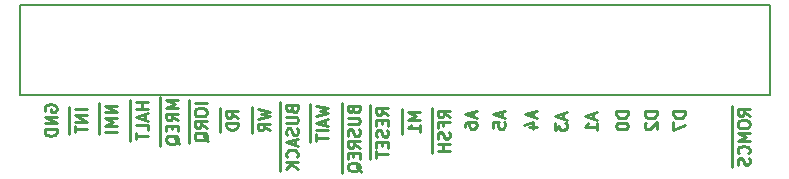
<source format=gbr>
G04 #@! TF.GenerationSoftware,KiCad,Pcbnew,(5.0.1-3-g963ef8bb5)*
G04 #@! TF.CreationDate,2020-10-05T19:50:21+01:00*
G04 #@! TF.ProjectId,ACE_Backplane_Adaptor_B,4143455F4261636B706C616E655F4164,rev?*
G04 #@! TF.SameCoordinates,Original*
G04 #@! TF.FileFunction,Legend,Bot*
G04 #@! TF.FilePolarity,Positive*
%FSLAX46Y46*%
G04 Gerber Fmt 4.6, Leading zero omitted, Abs format (unit mm)*
G04 Created by KiCad (PCBNEW (5.0.1-3-g963ef8bb5)) date Monday, 05 October 2020 at 19:50:21*
%MOMM*%
%LPD*%
G01*
G04 APERTURE LIST*
%ADD10C,0.250000*%
%ADD11C,0.150000*%
G04 APERTURE END LIST*
D10*
X149323000Y-87217380D02*
X149323000Y-88360238D01*
X150820380Y-87455476D02*
X149820380Y-87455476D01*
X150534666Y-87788809D01*
X149820380Y-88122142D01*
X150820380Y-88122142D01*
X149323000Y-88360238D02*
X149323000Y-89312619D01*
X150820380Y-89122142D02*
X150820380Y-88550714D01*
X150820380Y-88836428D02*
X149820380Y-88836428D01*
X149963238Y-88741190D01*
X150058476Y-88645952D01*
X150106095Y-88550714D01*
X162980666Y-87550714D02*
X162980666Y-88026904D01*
X163266380Y-87455476D02*
X162266380Y-87788809D01*
X163266380Y-88122142D01*
X162266380Y-88360238D02*
X162266380Y-88979285D01*
X162647333Y-88645952D01*
X162647333Y-88788809D01*
X162694952Y-88884047D01*
X162742571Y-88931666D01*
X162837809Y-88979285D01*
X163075904Y-88979285D01*
X163171142Y-88931666D01*
X163218761Y-88884047D01*
X163266380Y-88788809D01*
X163266380Y-88503095D01*
X163218761Y-88407857D01*
X163171142Y-88360238D01*
X146656000Y-86892095D02*
X146656000Y-87892095D01*
X148153380Y-87701619D02*
X147677190Y-87368285D01*
X148153380Y-87130190D02*
X147153380Y-87130190D01*
X147153380Y-87511142D01*
X147201000Y-87606380D01*
X147248619Y-87654000D01*
X147343857Y-87701619D01*
X147486714Y-87701619D01*
X147581952Y-87654000D01*
X147629571Y-87606380D01*
X147677190Y-87511142D01*
X147677190Y-87130190D01*
X146656000Y-87892095D02*
X146656000Y-88796857D01*
X147629571Y-88130190D02*
X147629571Y-88463523D01*
X148153380Y-88606380D02*
X148153380Y-88130190D01*
X147153380Y-88130190D01*
X147153380Y-88606380D01*
X146656000Y-88796857D02*
X146656000Y-89749238D01*
X148105761Y-88987333D02*
X148153380Y-89130190D01*
X148153380Y-89368285D01*
X148105761Y-89463523D01*
X148058142Y-89511142D01*
X147962904Y-89558761D01*
X147867666Y-89558761D01*
X147772428Y-89511142D01*
X147724809Y-89463523D01*
X147677190Y-89368285D01*
X147629571Y-89177809D01*
X147581952Y-89082571D01*
X147534333Y-89034952D01*
X147439095Y-88987333D01*
X147343857Y-88987333D01*
X147248619Y-89034952D01*
X147201000Y-89082571D01*
X147153380Y-89177809D01*
X147153380Y-89415904D01*
X147201000Y-89558761D01*
X146656000Y-89749238D02*
X146656000Y-90654000D01*
X147629571Y-89987333D02*
X147629571Y-90320666D01*
X148153380Y-90463523D02*
X148153380Y-89987333D01*
X147153380Y-89987333D01*
X147153380Y-90463523D01*
X146656000Y-90654000D02*
X146656000Y-91415904D01*
X147153380Y-90749238D02*
X147153380Y-91320666D01*
X148153380Y-91034952D02*
X147153380Y-91034952D01*
X160440666Y-87423714D02*
X160440666Y-87899904D01*
X160726380Y-87328476D02*
X159726380Y-87661809D01*
X160726380Y-87995142D01*
X160059714Y-88757047D02*
X160726380Y-88757047D01*
X159678761Y-88518952D02*
X160393047Y-88280857D01*
X160393047Y-88899904D01*
X157773666Y-87423714D02*
X157773666Y-87899904D01*
X158059380Y-87328476D02*
X157059380Y-87661809D01*
X158059380Y-87995142D01*
X157059380Y-88804666D02*
X157059380Y-88328476D01*
X157535571Y-88280857D01*
X157487952Y-88328476D01*
X157440333Y-88423714D01*
X157440333Y-88661809D01*
X157487952Y-88757047D01*
X157535571Y-88804666D01*
X157630809Y-88852285D01*
X157868904Y-88852285D01*
X157964142Y-88804666D01*
X158011761Y-88757047D01*
X158059380Y-88661809D01*
X158059380Y-88423714D01*
X158011761Y-88328476D01*
X157964142Y-88280857D01*
X155360666Y-87423714D02*
X155360666Y-87899904D01*
X155646380Y-87328476D02*
X154646380Y-87661809D01*
X155646380Y-87995142D01*
X154646380Y-88757047D02*
X154646380Y-88566571D01*
X154694000Y-88471333D01*
X154741619Y-88423714D01*
X154884476Y-88328476D01*
X155074952Y-88280857D01*
X155455904Y-88280857D01*
X155551142Y-88328476D01*
X155598761Y-88376095D01*
X155646380Y-88471333D01*
X155646380Y-88661809D01*
X155598761Y-88757047D01*
X155551142Y-88804666D01*
X155455904Y-88852285D01*
X155217809Y-88852285D01*
X155122571Y-88804666D01*
X155074952Y-88757047D01*
X155027333Y-88661809D01*
X155027333Y-88471333D01*
X155074952Y-88376095D01*
X155122571Y-88328476D01*
X155217809Y-88280857D01*
X177263000Y-86963571D02*
X177263000Y-87963571D01*
X178760380Y-87773095D02*
X178284190Y-87439761D01*
X178760380Y-87201666D02*
X177760380Y-87201666D01*
X177760380Y-87582619D01*
X177808000Y-87677857D01*
X177855619Y-87725476D01*
X177950857Y-87773095D01*
X178093714Y-87773095D01*
X178188952Y-87725476D01*
X178236571Y-87677857D01*
X178284190Y-87582619D01*
X178284190Y-87201666D01*
X177263000Y-87963571D02*
X177263000Y-89011190D01*
X177760380Y-88392142D02*
X177760380Y-88582619D01*
X177808000Y-88677857D01*
X177903238Y-88773095D01*
X178093714Y-88820714D01*
X178427047Y-88820714D01*
X178617523Y-88773095D01*
X178712761Y-88677857D01*
X178760380Y-88582619D01*
X178760380Y-88392142D01*
X178712761Y-88296904D01*
X178617523Y-88201666D01*
X178427047Y-88154047D01*
X178093714Y-88154047D01*
X177903238Y-88201666D01*
X177808000Y-88296904D01*
X177760380Y-88392142D01*
X177263000Y-89011190D02*
X177263000Y-90154047D01*
X178760380Y-89249285D02*
X177760380Y-89249285D01*
X178474666Y-89582619D01*
X177760380Y-89915952D01*
X178760380Y-89915952D01*
X177263000Y-90154047D02*
X177263000Y-91154047D01*
X178665142Y-90963571D02*
X178712761Y-90915952D01*
X178760380Y-90773095D01*
X178760380Y-90677857D01*
X178712761Y-90535000D01*
X178617523Y-90439761D01*
X178522285Y-90392142D01*
X178331809Y-90344523D01*
X178188952Y-90344523D01*
X177998476Y-90392142D01*
X177903238Y-90439761D01*
X177808000Y-90535000D01*
X177760380Y-90677857D01*
X177760380Y-90773095D01*
X177808000Y-90915952D01*
X177855619Y-90963571D01*
X177263000Y-91154047D02*
X177263000Y-92106428D01*
X178712761Y-91344523D02*
X178760380Y-91487380D01*
X178760380Y-91725476D01*
X178712761Y-91820714D01*
X178665142Y-91868333D01*
X178569904Y-91915952D01*
X178474666Y-91915952D01*
X178379428Y-91868333D01*
X178331809Y-91820714D01*
X178284190Y-91725476D01*
X178236571Y-91535000D01*
X178188952Y-91439761D01*
X178141333Y-91392142D01*
X178046095Y-91344523D01*
X177950857Y-91344523D01*
X177855619Y-91392142D01*
X177808000Y-91439761D01*
X177760380Y-91535000D01*
X177760380Y-91773095D01*
X177808000Y-91915952D01*
X173299380Y-87399904D02*
X172299380Y-87399904D01*
X172299380Y-87638000D01*
X172347000Y-87780857D01*
X172442238Y-87876095D01*
X172537476Y-87923714D01*
X172727952Y-87971333D01*
X172870809Y-87971333D01*
X173061285Y-87923714D01*
X173156523Y-87876095D01*
X173251761Y-87780857D01*
X173299380Y-87638000D01*
X173299380Y-87399904D01*
X172299380Y-88304666D02*
X172299380Y-88971333D01*
X173299380Y-88542761D01*
X170886380Y-87399904D02*
X169886380Y-87399904D01*
X169886380Y-87638000D01*
X169934000Y-87780857D01*
X170029238Y-87876095D01*
X170124476Y-87923714D01*
X170314952Y-87971333D01*
X170457809Y-87971333D01*
X170648285Y-87923714D01*
X170743523Y-87876095D01*
X170838761Y-87780857D01*
X170886380Y-87638000D01*
X170886380Y-87399904D01*
X169981619Y-88352285D02*
X169934000Y-88399904D01*
X169886380Y-88495142D01*
X169886380Y-88733238D01*
X169934000Y-88828476D01*
X169981619Y-88876095D01*
X170076857Y-88923714D01*
X170172095Y-88923714D01*
X170314952Y-88876095D01*
X170886380Y-88304666D01*
X170886380Y-88923714D01*
X168473380Y-87399904D02*
X167473380Y-87399904D01*
X167473380Y-87638000D01*
X167521000Y-87780857D01*
X167616238Y-87876095D01*
X167711476Y-87923714D01*
X167901952Y-87971333D01*
X168044809Y-87971333D01*
X168235285Y-87923714D01*
X168330523Y-87876095D01*
X168425761Y-87780857D01*
X168473380Y-87638000D01*
X168473380Y-87399904D01*
X167473380Y-88590380D02*
X167473380Y-88685619D01*
X167521000Y-88780857D01*
X167568619Y-88828476D01*
X167663857Y-88876095D01*
X167854333Y-88923714D01*
X168092428Y-88923714D01*
X168282904Y-88876095D01*
X168378142Y-88828476D01*
X168425761Y-88780857D01*
X168473380Y-88685619D01*
X168473380Y-88590380D01*
X168425761Y-88495142D01*
X168378142Y-88447523D01*
X168282904Y-88399904D01*
X168092428Y-88352285D01*
X167854333Y-88352285D01*
X167663857Y-88399904D01*
X167568619Y-88447523D01*
X167521000Y-88495142D01*
X167473380Y-88590380D01*
X165520666Y-87550714D02*
X165520666Y-88026904D01*
X165806380Y-87455476D02*
X164806380Y-87788809D01*
X165806380Y-88122142D01*
X165806380Y-88979285D02*
X165806380Y-88407857D01*
X165806380Y-88693571D02*
X164806380Y-88693571D01*
X164949238Y-88598333D01*
X165044476Y-88503095D01*
X165092095Y-88407857D01*
X151863000Y-87098428D02*
X151863000Y-88098428D01*
X153360380Y-87907952D02*
X152884190Y-87574619D01*
X153360380Y-87336523D02*
X152360380Y-87336523D01*
X152360380Y-87717476D01*
X152408000Y-87812714D01*
X152455619Y-87860333D01*
X152550857Y-87907952D01*
X152693714Y-87907952D01*
X152788952Y-87860333D01*
X152836571Y-87812714D01*
X152884190Y-87717476D01*
X152884190Y-87336523D01*
X151863000Y-88098428D02*
X151863000Y-88955571D01*
X152836571Y-88669857D02*
X152836571Y-88336523D01*
X153360380Y-88336523D02*
X152360380Y-88336523D01*
X152360380Y-88812714D01*
X151863000Y-88955571D02*
X151863000Y-89907952D01*
X153312761Y-89146047D02*
X153360380Y-89288904D01*
X153360380Y-89527000D01*
X153312761Y-89622238D01*
X153265142Y-89669857D01*
X153169904Y-89717476D01*
X153074666Y-89717476D01*
X152979428Y-89669857D01*
X152931809Y-89622238D01*
X152884190Y-89527000D01*
X152836571Y-89336523D01*
X152788952Y-89241285D01*
X152741333Y-89193666D01*
X152646095Y-89146047D01*
X152550857Y-89146047D01*
X152455619Y-89193666D01*
X152408000Y-89241285D01*
X152360380Y-89336523D01*
X152360380Y-89574619D01*
X152408000Y-89717476D01*
X151863000Y-89907952D02*
X151863000Y-90955571D01*
X153360380Y-90146047D02*
X152360380Y-90146047D01*
X152836571Y-90146047D02*
X152836571Y-90717476D01*
X153360380Y-90717476D02*
X152360380Y-90717476D01*
X144243000Y-86685809D02*
X144243000Y-87685809D01*
X145216571Y-87257238D02*
X145264190Y-87400095D01*
X145311809Y-87447714D01*
X145407047Y-87495333D01*
X145549904Y-87495333D01*
X145645142Y-87447714D01*
X145692761Y-87400095D01*
X145740380Y-87304857D01*
X145740380Y-86923904D01*
X144740380Y-86923904D01*
X144740380Y-87257238D01*
X144788000Y-87352476D01*
X144835619Y-87400095D01*
X144930857Y-87447714D01*
X145026095Y-87447714D01*
X145121333Y-87400095D01*
X145168952Y-87352476D01*
X145216571Y-87257238D01*
X145216571Y-86923904D01*
X144243000Y-87685809D02*
X144243000Y-88733428D01*
X144740380Y-87923904D02*
X145549904Y-87923904D01*
X145645142Y-87971523D01*
X145692761Y-88019142D01*
X145740380Y-88114380D01*
X145740380Y-88304857D01*
X145692761Y-88400095D01*
X145645142Y-88447714D01*
X145549904Y-88495333D01*
X144740380Y-88495333D01*
X144243000Y-88733428D02*
X144243000Y-89685809D01*
X145692761Y-88923904D02*
X145740380Y-89066761D01*
X145740380Y-89304857D01*
X145692761Y-89400095D01*
X145645142Y-89447714D01*
X145549904Y-89495333D01*
X145454666Y-89495333D01*
X145359428Y-89447714D01*
X145311809Y-89400095D01*
X145264190Y-89304857D01*
X145216571Y-89114380D01*
X145168952Y-89019142D01*
X145121333Y-88971523D01*
X145026095Y-88923904D01*
X144930857Y-88923904D01*
X144835619Y-88971523D01*
X144788000Y-89019142D01*
X144740380Y-89114380D01*
X144740380Y-89352476D01*
X144788000Y-89495333D01*
X144243000Y-89685809D02*
X144243000Y-90685809D01*
X145740380Y-90495333D02*
X145264190Y-90162000D01*
X145740380Y-89923904D02*
X144740380Y-89923904D01*
X144740380Y-90304857D01*
X144788000Y-90400095D01*
X144835619Y-90447714D01*
X144930857Y-90495333D01*
X145073714Y-90495333D01*
X145168952Y-90447714D01*
X145216571Y-90400095D01*
X145264190Y-90304857D01*
X145264190Y-89923904D01*
X144243000Y-90685809D02*
X144243000Y-91590571D01*
X145216571Y-90923904D02*
X145216571Y-91257238D01*
X145740380Y-91400095D02*
X145740380Y-90923904D01*
X144740380Y-90923904D01*
X144740380Y-91400095D01*
X144243000Y-91590571D02*
X144243000Y-92638190D01*
X145835619Y-92495333D02*
X145788000Y-92400095D01*
X145692761Y-92304857D01*
X145549904Y-92162000D01*
X145502285Y-92066761D01*
X145502285Y-91971523D01*
X145740380Y-92019142D02*
X145692761Y-91923904D01*
X145597523Y-91828666D01*
X145407047Y-91781047D01*
X145073714Y-91781047D01*
X144883238Y-91828666D01*
X144788000Y-91923904D01*
X144740380Y-92019142D01*
X144740380Y-92209619D01*
X144788000Y-92304857D01*
X144883238Y-92400095D01*
X145073714Y-92447714D01*
X145407047Y-92447714D01*
X145597523Y-92400095D01*
X145692761Y-92304857D01*
X145740380Y-92209619D01*
X145740380Y-92019142D01*
X141576000Y-86772952D02*
X141576000Y-87915809D01*
X142073380Y-86915809D02*
X143073380Y-87153904D01*
X142359095Y-87344380D01*
X143073380Y-87534857D01*
X142073380Y-87772952D01*
X141576000Y-87915809D02*
X141576000Y-88772952D01*
X142787666Y-88106285D02*
X142787666Y-88582476D01*
X143073380Y-88011047D02*
X142073380Y-88344380D01*
X143073380Y-88677714D01*
X141576000Y-88772952D02*
X141576000Y-89249142D01*
X143073380Y-89011047D02*
X142073380Y-89011047D01*
X141576000Y-89249142D02*
X141576000Y-90011047D01*
X142073380Y-89344380D02*
X142073380Y-89915809D01*
X143073380Y-89630095D02*
X142073380Y-89630095D01*
X139036000Y-86606428D02*
X139036000Y-87606428D01*
X140009571Y-87177857D02*
X140057190Y-87320714D01*
X140104809Y-87368333D01*
X140200047Y-87415952D01*
X140342904Y-87415952D01*
X140438142Y-87368333D01*
X140485761Y-87320714D01*
X140533380Y-87225476D01*
X140533380Y-86844523D01*
X139533380Y-86844523D01*
X139533380Y-87177857D01*
X139581000Y-87273095D01*
X139628619Y-87320714D01*
X139723857Y-87368333D01*
X139819095Y-87368333D01*
X139914333Y-87320714D01*
X139961952Y-87273095D01*
X140009571Y-87177857D01*
X140009571Y-86844523D01*
X139036000Y-87606428D02*
X139036000Y-88654047D01*
X139533380Y-87844523D02*
X140342904Y-87844523D01*
X140438142Y-87892142D01*
X140485761Y-87939761D01*
X140533380Y-88035000D01*
X140533380Y-88225476D01*
X140485761Y-88320714D01*
X140438142Y-88368333D01*
X140342904Y-88415952D01*
X139533380Y-88415952D01*
X139036000Y-88654047D02*
X139036000Y-89606428D01*
X140485761Y-88844523D02*
X140533380Y-88987380D01*
X140533380Y-89225476D01*
X140485761Y-89320714D01*
X140438142Y-89368333D01*
X140342904Y-89415952D01*
X140247666Y-89415952D01*
X140152428Y-89368333D01*
X140104809Y-89320714D01*
X140057190Y-89225476D01*
X140009571Y-89035000D01*
X139961952Y-88939761D01*
X139914333Y-88892142D01*
X139819095Y-88844523D01*
X139723857Y-88844523D01*
X139628619Y-88892142D01*
X139581000Y-88939761D01*
X139533380Y-89035000D01*
X139533380Y-89273095D01*
X139581000Y-89415952D01*
X139036000Y-89606428D02*
X139036000Y-90463571D01*
X140247666Y-89796904D02*
X140247666Y-90273095D01*
X140533380Y-89701666D02*
X139533380Y-90035000D01*
X140533380Y-90368333D01*
X139036000Y-90463571D02*
X139036000Y-91463571D01*
X140438142Y-91273095D02*
X140485761Y-91225476D01*
X140533380Y-91082619D01*
X140533380Y-90987380D01*
X140485761Y-90844523D01*
X140390523Y-90749285D01*
X140295285Y-90701666D01*
X140104809Y-90654047D01*
X139961952Y-90654047D01*
X139771476Y-90701666D01*
X139676238Y-90749285D01*
X139581000Y-90844523D01*
X139533380Y-90987380D01*
X139533380Y-91082619D01*
X139581000Y-91225476D01*
X139628619Y-91273095D01*
X139036000Y-91463571D02*
X139036000Y-92463571D01*
X140533380Y-91701666D02*
X139533380Y-91701666D01*
X140533380Y-92273095D02*
X139961952Y-91844523D01*
X139533380Y-92273095D02*
X140104809Y-91701666D01*
X136623000Y-87066571D02*
X136623000Y-88209428D01*
X137120380Y-87209428D02*
X138120380Y-87447523D01*
X137406095Y-87638000D01*
X138120380Y-87828476D01*
X137120380Y-88066571D01*
X136623000Y-88209428D02*
X136623000Y-89209428D01*
X138120380Y-89018952D02*
X137644190Y-88685619D01*
X138120380Y-88447523D02*
X137120380Y-88447523D01*
X137120380Y-88828476D01*
X137168000Y-88923714D01*
X137215619Y-88971333D01*
X137310857Y-89018952D01*
X137453714Y-89018952D01*
X137548952Y-88971333D01*
X137596571Y-88923714D01*
X137644190Y-88828476D01*
X137644190Y-88447523D01*
X133956000Y-87138000D02*
X133956000Y-88138000D01*
X135453380Y-87947523D02*
X134977190Y-87614190D01*
X135453380Y-87376095D02*
X134453380Y-87376095D01*
X134453380Y-87757047D01*
X134501000Y-87852285D01*
X134548619Y-87899904D01*
X134643857Y-87947523D01*
X134786714Y-87947523D01*
X134881952Y-87899904D01*
X134929571Y-87852285D01*
X134977190Y-87757047D01*
X134977190Y-87376095D01*
X133956000Y-88138000D02*
X133956000Y-89138000D01*
X135453380Y-88376095D02*
X134453380Y-88376095D01*
X134453380Y-88614190D01*
X134501000Y-88757047D01*
X134596238Y-88852285D01*
X134691476Y-88899904D01*
X134881952Y-88947523D01*
X135024809Y-88947523D01*
X135215285Y-88899904D01*
X135310523Y-88852285D01*
X135405761Y-88757047D01*
X135453380Y-88614190D01*
X135453380Y-88376095D01*
X131289000Y-86479285D02*
X131289000Y-86955476D01*
X132786380Y-86717380D02*
X131786380Y-86717380D01*
X131289000Y-86955476D02*
X131289000Y-88003095D01*
X131786380Y-87384047D02*
X131786380Y-87574523D01*
X131834000Y-87669761D01*
X131929238Y-87765000D01*
X132119714Y-87812619D01*
X132453047Y-87812619D01*
X132643523Y-87765000D01*
X132738761Y-87669761D01*
X132786380Y-87574523D01*
X132786380Y-87384047D01*
X132738761Y-87288809D01*
X132643523Y-87193571D01*
X132453047Y-87145952D01*
X132119714Y-87145952D01*
X131929238Y-87193571D01*
X131834000Y-87288809D01*
X131786380Y-87384047D01*
X131289000Y-88003095D02*
X131289000Y-89003095D01*
X132786380Y-88812619D02*
X132310190Y-88479285D01*
X132786380Y-88241190D02*
X131786380Y-88241190D01*
X131786380Y-88622142D01*
X131834000Y-88717380D01*
X131881619Y-88765000D01*
X131976857Y-88812619D01*
X132119714Y-88812619D01*
X132214952Y-88765000D01*
X132262571Y-88717380D01*
X132310190Y-88622142D01*
X132310190Y-88241190D01*
X131289000Y-89003095D02*
X131289000Y-90050714D01*
X132881619Y-89907857D02*
X132834000Y-89812619D01*
X132738761Y-89717380D01*
X132595904Y-89574523D01*
X132548285Y-89479285D01*
X132548285Y-89384047D01*
X132786380Y-89431666D02*
X132738761Y-89336428D01*
X132643523Y-89241190D01*
X132453047Y-89193571D01*
X132119714Y-89193571D01*
X131929238Y-89241190D01*
X131834000Y-89336428D01*
X131786380Y-89431666D01*
X131786380Y-89622142D01*
X131834000Y-89717380D01*
X131929238Y-89812619D01*
X132119714Y-89860238D01*
X132453047Y-89860238D01*
X132643523Y-89812619D01*
X132738761Y-89717380D01*
X132786380Y-89622142D01*
X132786380Y-89431666D01*
X128876000Y-86217380D02*
X128876000Y-87360238D01*
X130373380Y-86455476D02*
X129373380Y-86455476D01*
X130087666Y-86788809D01*
X129373380Y-87122142D01*
X130373380Y-87122142D01*
X128876000Y-87360238D02*
X128876000Y-88360238D01*
X130373380Y-88169761D02*
X129897190Y-87836428D01*
X130373380Y-87598333D02*
X129373380Y-87598333D01*
X129373380Y-87979285D01*
X129421000Y-88074523D01*
X129468619Y-88122142D01*
X129563857Y-88169761D01*
X129706714Y-88169761D01*
X129801952Y-88122142D01*
X129849571Y-88074523D01*
X129897190Y-87979285D01*
X129897190Y-87598333D01*
X128876000Y-88360238D02*
X128876000Y-89265000D01*
X129849571Y-88598333D02*
X129849571Y-88931666D01*
X130373380Y-89074523D02*
X130373380Y-88598333D01*
X129373380Y-88598333D01*
X129373380Y-89074523D01*
X128876000Y-89265000D02*
X128876000Y-90312619D01*
X130468619Y-90169761D02*
X130421000Y-90074523D01*
X130325761Y-89979285D01*
X130182904Y-89836428D01*
X130135285Y-89741190D01*
X130135285Y-89645952D01*
X130373380Y-89693571D02*
X130325761Y-89598333D01*
X130230523Y-89503095D01*
X130040047Y-89455476D01*
X129706714Y-89455476D01*
X129516238Y-89503095D01*
X129421000Y-89598333D01*
X129373380Y-89693571D01*
X129373380Y-89884047D01*
X129421000Y-89979285D01*
X129516238Y-90074523D01*
X129706714Y-90122142D01*
X130040047Y-90122142D01*
X130230523Y-90074523D01*
X130325761Y-89979285D01*
X130373380Y-89884047D01*
X130373380Y-89693571D01*
X126336000Y-86399904D02*
X126336000Y-87447523D01*
X127833380Y-86638000D02*
X126833380Y-86638000D01*
X127309571Y-86638000D02*
X127309571Y-87209428D01*
X127833380Y-87209428D02*
X126833380Y-87209428D01*
X126336000Y-87447523D02*
X126336000Y-88304666D01*
X127547666Y-87638000D02*
X127547666Y-88114190D01*
X127833380Y-87542761D02*
X126833380Y-87876095D01*
X127833380Y-88209428D01*
X126336000Y-88304666D02*
X126336000Y-89114190D01*
X127833380Y-89018952D02*
X127833380Y-88542761D01*
X126833380Y-88542761D01*
X126336000Y-89114190D02*
X126336000Y-89876095D01*
X126833380Y-89209428D02*
X126833380Y-89780857D01*
X127833380Y-89495142D02*
X126833380Y-89495142D01*
X123669000Y-86677666D02*
X123669000Y-87725285D01*
X125166380Y-86915761D02*
X124166380Y-86915761D01*
X125166380Y-87487190D01*
X124166380Y-87487190D01*
X123669000Y-87725285D02*
X123669000Y-88868142D01*
X125166380Y-87963380D02*
X124166380Y-87963380D01*
X124880666Y-88296714D01*
X124166380Y-88630047D01*
X125166380Y-88630047D01*
X123669000Y-88868142D02*
X123669000Y-89344333D01*
X125166380Y-89106238D02*
X124166380Y-89106238D01*
X121129000Y-86995142D02*
X121129000Y-87471333D01*
X122626380Y-87233238D02*
X121626380Y-87233238D01*
X121129000Y-87471333D02*
X121129000Y-88518952D01*
X122626380Y-87709428D02*
X121626380Y-87709428D01*
X122626380Y-88280857D01*
X121626380Y-88280857D01*
X121129000Y-88518952D02*
X121129000Y-89280857D01*
X121626380Y-88614190D02*
X121626380Y-89185619D01*
X122626380Y-88899904D02*
X121626380Y-88899904D01*
X119134000Y-87376095D02*
X119086380Y-87280857D01*
X119086380Y-87138000D01*
X119134000Y-86995142D01*
X119229238Y-86899904D01*
X119324476Y-86852285D01*
X119514952Y-86804666D01*
X119657809Y-86804666D01*
X119848285Y-86852285D01*
X119943523Y-86899904D01*
X120038761Y-86995142D01*
X120086380Y-87138000D01*
X120086380Y-87233238D01*
X120038761Y-87376095D01*
X119991142Y-87423714D01*
X119657809Y-87423714D01*
X119657809Y-87233238D01*
X120086380Y-87852285D02*
X119086380Y-87852285D01*
X120086380Y-88423714D01*
X119086380Y-88423714D01*
X120086380Y-88899904D02*
X119086380Y-88899904D01*
X119086380Y-89138000D01*
X119134000Y-89280857D01*
X119229238Y-89376095D01*
X119324476Y-89423714D01*
X119514952Y-89471333D01*
X119657809Y-89471333D01*
X119848285Y-89423714D01*
X119943523Y-89376095D01*
X120038761Y-89280857D01*
X120086380Y-89138000D01*
X120086380Y-88899904D01*
D11*
G04 #@! TO.C,Z1*
X116967000Y-85979000D02*
X116967000Y-78359000D01*
X180467000Y-85979000D02*
X116967000Y-85979000D01*
X180467000Y-78359000D02*
X180467000Y-85979000D01*
X116967000Y-78359000D02*
X180467000Y-78359000D01*
G04 #@! TD*
M02*

</source>
